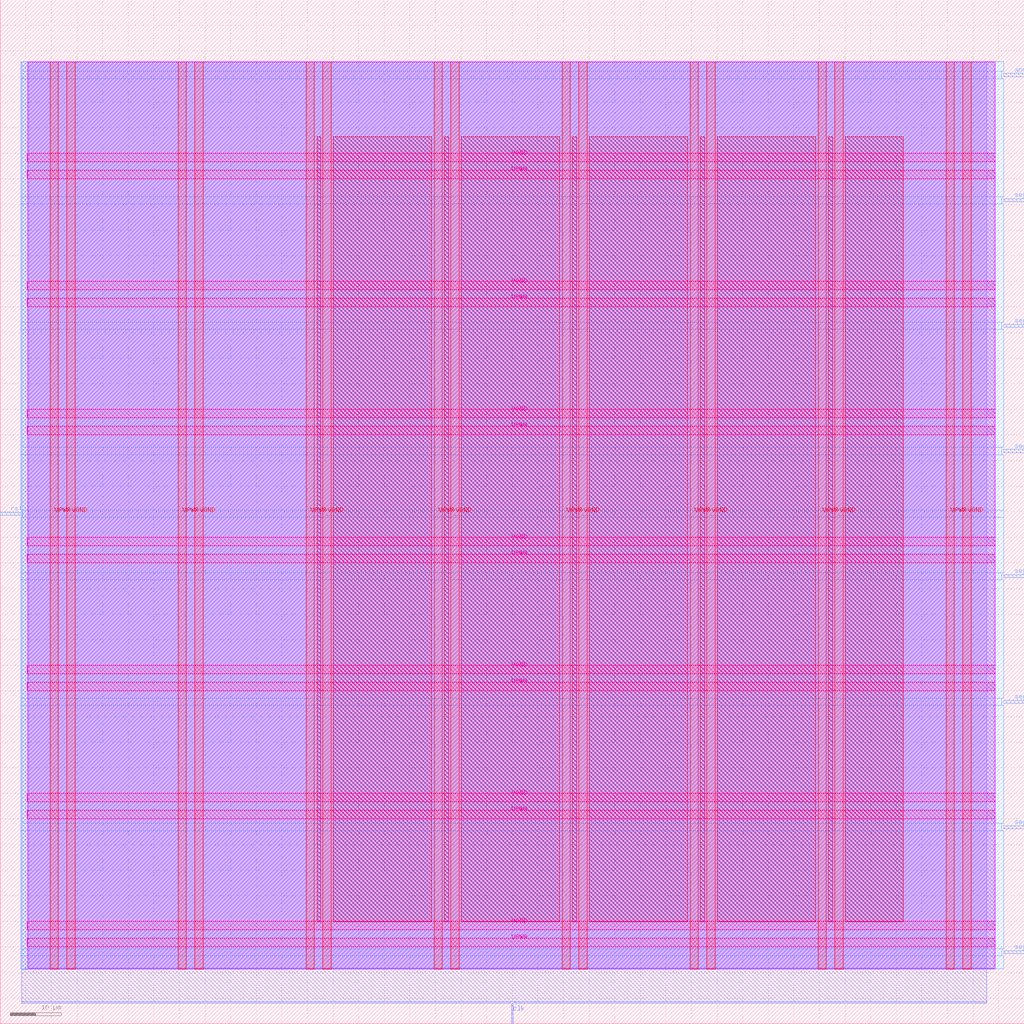
<source format=lef>
VERSION 5.7 ;
  NOWIREEXTENSIONATPIN ON ;
  DIVIDERCHAR "/" ;
  BUSBITCHARS "[]" ;
MACRO ztfc
  CLASS BLOCK ;
  FOREIGN ztfc ;
  ORIGIN 0.000 0.000 ;
  SIZE 200.000 BY 200.000 ;
  PIN VGND
    DIRECTION INOUT ;
    USE GROUND ;
    PORT
      LAYER met4 ;
        RECT 13.020 10.640 14.620 187.920 ;
    END
    PORT
      LAYER met4 ;
        RECT 38.020 10.640 39.620 187.920 ;
    END
    PORT
      LAYER met4 ;
        RECT 63.020 10.640 64.620 187.920 ;
    END
    PORT
      LAYER met4 ;
        RECT 88.020 10.640 89.620 187.920 ;
    END
    PORT
      LAYER met4 ;
        RECT 113.020 10.640 114.620 187.920 ;
    END
    PORT
      LAYER met4 ;
        RECT 138.020 10.640 139.620 187.920 ;
    END
    PORT
      LAYER met4 ;
        RECT 163.020 10.640 164.620 187.920 ;
    END
    PORT
      LAYER met4 ;
        RECT 188.020 10.640 189.620 187.920 ;
    END
    PORT
      LAYER met5 ;
        RECT 5.280 18.380 194.360 19.980 ;
    END
    PORT
      LAYER met5 ;
        RECT 5.280 43.380 194.360 44.980 ;
    END
    PORT
      LAYER met5 ;
        RECT 5.280 68.380 194.360 69.980 ;
    END
    PORT
      LAYER met5 ;
        RECT 5.280 93.380 194.360 94.980 ;
    END
    PORT
      LAYER met5 ;
        RECT 5.280 118.380 194.360 119.980 ;
    END
    PORT
      LAYER met5 ;
        RECT 5.280 143.380 194.360 144.980 ;
    END
    PORT
      LAYER met5 ;
        RECT 5.280 168.380 194.360 169.980 ;
    END
  END VGND
  PIN VPWR
    DIRECTION INOUT ;
    USE POWER ;
    PORT
      LAYER met4 ;
        RECT 9.720 10.640 11.320 187.920 ;
    END
    PORT
      LAYER met4 ;
        RECT 34.720 10.640 36.320 187.920 ;
    END
    PORT
      LAYER met4 ;
        RECT 59.720 10.640 61.320 187.920 ;
    END
    PORT
      LAYER met4 ;
        RECT 84.720 10.640 86.320 187.920 ;
    END
    PORT
      LAYER met4 ;
        RECT 109.720 10.640 111.320 187.920 ;
    END
    PORT
      LAYER met4 ;
        RECT 134.720 10.640 136.320 187.920 ;
    END
    PORT
      LAYER met4 ;
        RECT 159.720 10.640 161.320 187.920 ;
    END
    PORT
      LAYER met4 ;
        RECT 184.720 10.640 186.320 187.920 ;
    END
    PORT
      LAYER met5 ;
        RECT 5.280 15.080 194.360 16.680 ;
    END
    PORT
      LAYER met5 ;
        RECT 5.280 40.080 194.360 41.680 ;
    END
    PORT
      LAYER met5 ;
        RECT 5.280 65.080 194.360 66.680 ;
    END
    PORT
      LAYER met5 ;
        RECT 5.280 90.080 194.360 91.680 ;
    END
    PORT
      LAYER met5 ;
        RECT 5.280 115.080 194.360 116.680 ;
    END
    PORT
      LAYER met5 ;
        RECT 5.280 140.080 194.360 141.680 ;
    END
    PORT
      LAYER met5 ;
        RECT 5.280 165.080 194.360 166.680 ;
    END
  END VPWR
  PIN an0
    DIRECTION OUTPUT ;
    USE SIGNAL ;
    PORT
      LAYER met3 ;
        RECT 196.000 185.000 200.000 185.600 ;
    END
  END an0
  PIN clk
    DIRECTION INPUT ;
    USE SIGNAL ;
    ANTENNAGATEAREA 0.852000 ;
    PORT
      LAYER met2 ;
        RECT 99.910 0.000 100.190 4.000 ;
    END
  END clk
  PIN rst
    DIRECTION INPUT ;
    USE SIGNAL ;
    ANTENNAGATEAREA 0.213000 ;
    PORT
      LAYER met3 ;
        RECT 0.000 99.320 4.000 99.920 ;
    END
  END rst
  PIN seg_out[0]
    DIRECTION OUTPUT ;
    USE SIGNAL ;
    ANTENNADIFFAREA 0.340600 ;
    PORT
      LAYER met3 ;
        RECT 196.000 160.520 200.000 161.120 ;
    END
  END seg_out[0]
  PIN seg_out[1]
    DIRECTION OUTPUT ;
    USE SIGNAL ;
    ANTENNADIFFAREA 0.340600 ;
    PORT
      LAYER met3 ;
        RECT 196.000 136.040 200.000 136.640 ;
    END
  END seg_out[1]
  PIN seg_out[2]
    DIRECTION OUTPUT ;
    USE SIGNAL ;
    ANTENNADIFFAREA 0.340600 ;
    PORT
      LAYER met3 ;
        RECT 196.000 111.560 200.000 112.160 ;
    END
  END seg_out[2]
  PIN seg_out[3]
    DIRECTION OUTPUT ;
    USE SIGNAL ;
    ANTENNADIFFAREA 0.340600 ;
    PORT
      LAYER met3 ;
        RECT 196.000 87.080 200.000 87.680 ;
    END
  END seg_out[3]
  PIN seg_out[4]
    DIRECTION OUTPUT ;
    USE SIGNAL ;
    ANTENNADIFFAREA 0.340600 ;
    PORT
      LAYER met3 ;
        RECT 196.000 62.600 200.000 63.200 ;
    END
  END seg_out[4]
  PIN seg_out[5]
    DIRECTION OUTPUT ;
    USE SIGNAL ;
    ANTENNADIFFAREA 0.340600 ;
    PORT
      LAYER met3 ;
        RECT 196.000 38.120 200.000 38.720 ;
    END
  END seg_out[5]
  PIN seg_out[6]
    DIRECTION OUTPUT ;
    USE SIGNAL ;
    ANTENNADIFFAREA 0.340600 ;
    PORT
      LAYER met3 ;
        RECT 196.000 13.640 200.000 14.240 ;
    END
  END seg_out[6]
  OBS
      LAYER nwell ;
        RECT 5.330 10.795 194.310 187.870 ;
      LAYER li1 ;
        RECT 5.520 10.795 194.120 187.765 ;
      LAYER met1 ;
        RECT 4.210 10.640 194.120 187.920 ;
      LAYER met2 ;
        RECT 4.230 4.280 192.650 187.865 ;
        RECT 4.230 4.000 99.630 4.280 ;
        RECT 100.470 4.000 192.650 4.280 ;
      LAYER met3 ;
        RECT 3.990 186.000 196.000 187.845 ;
        RECT 3.990 184.600 195.600 186.000 ;
        RECT 3.990 161.520 196.000 184.600 ;
        RECT 3.990 160.120 195.600 161.520 ;
        RECT 3.990 137.040 196.000 160.120 ;
        RECT 3.990 135.640 195.600 137.040 ;
        RECT 3.990 112.560 196.000 135.640 ;
        RECT 3.990 111.160 195.600 112.560 ;
        RECT 3.990 100.320 196.000 111.160 ;
        RECT 4.400 98.920 196.000 100.320 ;
        RECT 3.990 88.080 196.000 98.920 ;
        RECT 3.990 86.680 195.600 88.080 ;
        RECT 3.990 63.600 196.000 86.680 ;
        RECT 3.990 62.200 195.600 63.600 ;
        RECT 3.990 39.120 196.000 62.200 ;
        RECT 3.990 37.720 195.600 39.120 ;
        RECT 3.990 14.640 196.000 37.720 ;
        RECT 3.990 13.240 195.600 14.640 ;
        RECT 3.990 10.715 196.000 13.240 ;
      LAYER met4 ;
        RECT 61.935 19.895 62.620 173.225 ;
        RECT 65.020 19.895 84.320 173.225 ;
        RECT 86.720 19.895 87.620 173.225 ;
        RECT 90.020 19.895 109.320 173.225 ;
        RECT 111.720 19.895 112.620 173.225 ;
        RECT 115.020 19.895 134.320 173.225 ;
        RECT 136.720 19.895 137.620 173.225 ;
        RECT 140.020 19.895 159.320 173.225 ;
        RECT 161.720 19.895 162.620 173.225 ;
        RECT 165.020 19.895 176.345 173.225 ;
  END
END ztfc
END LIBRARY


</source>
